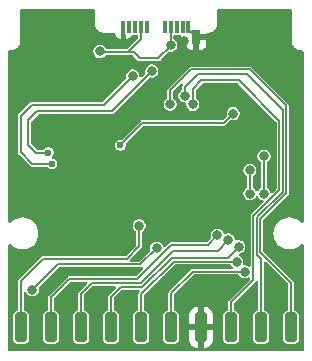
<source format=gbr>
%TF.GenerationSoftware,KiCad,Pcbnew,9.0.4*%
%TF.CreationDate,2025-09-10T10:28:52+02:00*%
%TF.ProjectId,rp2350_gpio_card,72703233-3530-45f6-9770-696f5f636172,X1*%
%TF.SameCoordinates,Original*%
%TF.FileFunction,Copper,L4,Bot*%
%TF.FilePolarity,Positive*%
%FSLAX46Y46*%
G04 Gerber Fmt 4.6, Leading zero omitted, Abs format (unit mm)*
G04 Created by KiCad (PCBNEW 9.0.4) date 2025-09-10 10:28:52*
%MOMM*%
%LPD*%
G01*
G04 APERTURE LIST*
G04 Aperture macros list*
%AMRoundRect*
0 Rectangle with rounded corners*
0 $1 Rounding radius*
0 $2 $3 $4 $5 $6 $7 $8 $9 X,Y pos of 4 corners*
0 Add a 4 corners polygon primitive as box body*
4,1,4,$2,$3,$4,$5,$6,$7,$8,$9,$2,$3,0*
0 Add four circle primitives for the rounded corners*
1,1,$1+$1,$2,$3*
1,1,$1+$1,$4,$5*
1,1,$1+$1,$6,$7*
1,1,$1+$1,$8,$9*
0 Add four rect primitives between the rounded corners*
20,1,$1+$1,$2,$3,$4,$5,0*
20,1,$1+$1,$4,$5,$6,$7,0*
20,1,$1+$1,$6,$7,$8,$9,0*
20,1,$1+$1,$8,$9,$2,$3,0*%
G04 Aperture macros list end*
%TA.AperFunction,SMDPad,CuDef*%
%ADD10R,0.380000X1.000000*%
%TD*%
%TA.AperFunction,SMDPad,CuDef*%
%ADD11R,0.700000X1.150000*%
%TD*%
%TA.AperFunction,ComponentPad*%
%ADD12C,0.600000*%
%TD*%
%TA.AperFunction,SMDPad,CuDef*%
%ADD13RoundRect,0.250000X-0.250000X1.000000X-0.250000X-1.000000X0.250000X-1.000000X0.250000X1.000000X0*%
%TD*%
%TA.AperFunction,ViaPad*%
%ADD14C,0.600000*%
%TD*%
%TA.AperFunction,ViaPad*%
%ADD15C,0.800000*%
%TD*%
%TA.AperFunction,Conductor*%
%ADD16C,0.200000*%
%TD*%
%TA.AperFunction,Conductor*%
%ADD17C,0.152400*%
%TD*%
G04 APERTURE END LIST*
D10*
%TO.P,P1,B1,GND*%
%TO.N,GND*%
X106305183Y-54186434D03*
%TO.P,P1,B2*%
%TO.N,N/C*%
X105805183Y-54186434D03*
%TO.P,P1,B3*%
X105305183Y-54186434D03*
%TO.P,P1,B4,VBUS*%
%TO.N,VBUS*%
X104805183Y-54186434D03*
%TO.P,P1,B5,VCONN*%
%TO.N,unconnected-(P1-VCONN-PadB5)*%
X104305183Y-54186434D03*
%TO.P,P1,B8*%
%TO.N,N/C*%
X102805183Y-54186434D03*
%TO.P,P1,B9,VBUS*%
%TO.N,VBUS*%
X102305183Y-54186434D03*
%TO.P,P1,B10*%
%TO.N,N/C*%
X101805183Y-54186434D03*
%TO.P,P1,B11*%
X101305183Y-54186434D03*
%TO.P,P1,B12,GND*%
%TO.N,GND*%
X100805183Y-54186434D03*
D11*
%TO.P,P1,S1,SHIELD*%
X106975183Y-55026434D03*
%TD*%
D12*
%TO.P,U1,61,GND*%
%TO.N,GND*%
X105380183Y-68171434D03*
X106755183Y-68171434D03*
X108130183Y-68171434D03*
X105380183Y-66796434D03*
X106755183Y-66796434D03*
X108130183Y-66796434D03*
X105380183Y-65421434D03*
X106755183Y-65421434D03*
X108130183Y-65421434D03*
%TD*%
D13*
%TO.P,J1,1,Pin_1*%
%TO.N,/QSPI_SS*%
X92125183Y-79600000D03*
%TO.P,J1,2,Pin_2*%
%TO.N,/GPIO9*%
X94665183Y-79600000D03*
%TO.P,J1,3,Pin_3*%
%TO.N,/GPIO10*%
X97205183Y-79600000D03*
%TO.P,J1,4,Pin_4*%
%TO.N,/GPIO11*%
X99745183Y-79600000D03*
%TO.P,J1,5,Pin_5*%
%TO.N,/GPIO12*%
X102285183Y-79600000D03*
%TO.P,J1,6,Pin_6*%
%TO.N,/GPIO13*%
X104825183Y-79600000D03*
%TO.P,J1,7,Pin_7*%
%TO.N,GND*%
X107365183Y-79600000D03*
%TO.P,J1,8,Pin_8*%
%TO.N,/GPIO27_ADC1*%
X109905183Y-79600000D03*
%TO.P,J1,9,Pin_9*%
%TO.N,/GPIO28_ADC2*%
X112445183Y-79600000D03*
%TO.P,J1,10,Pin_10*%
%TO.N,/GPIO29_ADC3*%
X114985183Y-79600000D03*
%TD*%
D14*
%TO.N,/USB_D-*%
X94450000Y-64800000D03*
D15*
%TO.N,+1V1*%
X110100000Y-61500000D03*
D14*
X100550000Y-64200000D03*
D15*
%TO.N,VBUS*%
X104800000Y-55700000D03*
X98800000Y-56246434D03*
%TO.N,+3.3V*%
X112700000Y-68272634D03*
X112700000Y-65100000D03*
%TO.N,/GPIO27_ADC1*%
X106685028Y-60729793D03*
%TO.N,/GPIO29_ADC3*%
X104755183Y-60700000D03*
%TO.N,/GPIO11*%
X110555183Y-72771434D03*
%TO.N,/QSPI_SS*%
X102130183Y-70996434D03*
%TO.N,/RUN*%
X111500000Y-66300000D03*
X111500000Y-68272634D03*
%TO.N,/GPIO10*%
X109680183Y-72196434D03*
%TO.N,/GPIO9*%
X108755502Y-71815683D03*
%TO.N,/GPIO28_ADC2*%
X106005183Y-59996434D03*
%TO.N,/GPIO0*%
X103601588Y-72897192D03*
X93100000Y-76400000D03*
D14*
%TO.N,/USB_D+*%
X94750000Y-65750000D03*
D15*
X101600000Y-58300000D03*
%TO.N,/USB_D-*%
X103200000Y-57900000D03*
%TO.N,/GPIO13*%
X111055183Y-74896434D03*
%TO.N,/GPIO12*%
X110405183Y-74046434D03*
%TO.N,GND*%
X97900000Y-55050000D03*
X105400000Y-57700000D03*
X113180183Y-57596434D03*
X98005183Y-69996434D03*
D14*
X101850000Y-62050000D03*
D15*
X103000000Y-60800000D03*
X113800000Y-76100000D03*
D14*
X115300000Y-67200000D03*
D15*
X105900000Y-55400000D03*
X92200000Y-68400000D03*
D14*
X100700000Y-62600000D03*
D15*
X97630183Y-57546434D03*
%TD*%
D16*
%TO.N,/USB_D-*%
X94450000Y-64800000D02*
X93400000Y-64800000D01*
X93400000Y-64800000D02*
X92750000Y-64150000D01*
X92750000Y-64150000D02*
X92750000Y-62050000D01*
X92750000Y-62050000D02*
X93500000Y-61300000D01*
X93500000Y-61300000D02*
X99800000Y-61300000D01*
X99800000Y-61300000D02*
X103200000Y-57900000D01*
%TO.N,/USB_D+*%
X92100000Y-64750000D02*
X92100000Y-61700000D01*
X94750000Y-65750000D02*
X93100000Y-65750000D01*
X92100000Y-61700000D02*
X93050000Y-60750000D01*
X93100000Y-65750000D02*
X92100000Y-64750000D01*
X93050000Y-60750000D02*
X99150000Y-60750000D01*
X99150000Y-60750000D02*
X101600000Y-58300000D01*
D17*
%TO.N,+1V1*%
X109300000Y-62300000D02*
X110100000Y-61500000D01*
X100550000Y-64150000D02*
X100550000Y-64200000D01*
X102407200Y-62300000D02*
X102400000Y-62300000D01*
X102407200Y-62300000D02*
X109300000Y-62300000D01*
X102400000Y-62300000D02*
X100550000Y-64150000D01*
X102407200Y-62300800D02*
X102407200Y-62300000D01*
D16*
%TO.N,VBUS*%
X102200000Y-56800000D02*
X101700000Y-56300000D01*
X102300000Y-55189634D02*
X102305183Y-55194817D01*
X103742294Y-56800000D02*
X102200000Y-56800000D01*
D17*
X104805183Y-54186434D02*
X104805183Y-55694817D01*
X102305183Y-54186434D02*
X102305183Y-54994817D01*
X104800000Y-55700000D02*
X104800000Y-55742294D01*
X104805183Y-55694817D02*
X104800000Y-55700000D01*
D16*
X98853566Y-56300000D02*
X98800000Y-56246434D01*
D17*
X102305183Y-54994817D02*
X102300000Y-55000000D01*
D16*
X101700000Y-56300000D02*
X98853566Y-56300000D01*
X102305183Y-55194817D02*
X101200000Y-56300000D01*
X102300000Y-55000000D02*
X102300000Y-55189634D01*
X104800000Y-55742294D02*
X103742294Y-56800000D01*
D17*
%TO.N,+3.3V*%
X112700000Y-68272634D02*
X112700000Y-65100000D01*
%TO.N,/GPIO27_ADC1*%
X106682383Y-60726940D02*
X106685028Y-60729585D01*
X106685028Y-60729585D02*
X106685028Y-60729793D01*
X107405183Y-58696434D02*
X106682383Y-59419234D01*
X109905183Y-77471434D02*
X111800000Y-75576617D01*
X111800000Y-75576617D02*
X111800000Y-70200000D01*
X109905183Y-80196434D02*
X109905183Y-77471434D01*
X113994383Y-62135634D02*
X110555183Y-58696434D01*
X113994383Y-68005617D02*
X113994383Y-62135634D01*
X111800000Y-70200000D02*
X113994383Y-68005617D01*
X110555183Y-58696434D02*
X107405183Y-58696434D01*
X106682383Y-59419234D02*
X106682383Y-60726940D01*
%TO.N,/GPIO29_ADC3*%
X111505183Y-57746434D02*
X114555183Y-60796434D01*
X112400000Y-70411288D02*
X112400000Y-73241251D01*
X104755183Y-59546434D02*
X106555183Y-57746434D01*
X112400000Y-73241251D02*
X114985183Y-75826434D01*
X106555183Y-57746434D02*
X111505183Y-57746434D01*
X114985183Y-75826434D02*
X114985183Y-80196434D01*
X114555183Y-60796434D02*
X114555183Y-68256105D01*
X104755183Y-60700000D02*
X104755183Y-59546434D01*
X114555183Y-68256105D02*
X112400000Y-70411288D01*
%TO.N,/GPIO11*%
X104906966Y-73693034D02*
X102403566Y-76196434D01*
X99745183Y-77006434D02*
X99745183Y-80196434D01*
X102403566Y-76196434D02*
X100555183Y-76196434D01*
X100555183Y-76196434D02*
X99745183Y-77006434D01*
X109633583Y-73693034D02*
X104906966Y-73693034D01*
X110555183Y-72771434D02*
X109633583Y-73693034D01*
%TO.N,/QSPI_SS*%
X93993911Y-73800000D02*
X92125183Y-75668728D01*
X101076617Y-73800000D02*
X93993911Y-73800000D01*
X92125183Y-75668728D02*
X92125183Y-80196434D01*
X102130183Y-72746434D02*
X101076617Y-73800000D01*
X102130183Y-70996434D02*
X102130183Y-72746434D01*
%TO.N,/RUN*%
X111500000Y-66300000D02*
X111500000Y-68272634D01*
%TO.N,/GPIO10*%
X97205183Y-76746434D02*
X97205183Y-80196434D01*
X109680183Y-72196434D02*
X109680183Y-72205729D01*
X109680183Y-72205729D02*
X108789478Y-73096434D01*
X108789478Y-73096434D02*
X105028720Y-73096434D01*
X105028720Y-73096434D02*
X102282120Y-75843034D01*
X98108583Y-75843034D02*
X97205183Y-76746434D01*
X102282120Y-75843034D02*
X98108583Y-75843034D01*
%TO.N,/GPIO9*%
X101955289Y-75500000D02*
X96201617Y-75500000D01*
X94665183Y-77036434D02*
X94665183Y-80196434D01*
X104855289Y-72600000D02*
X101955289Y-75500000D01*
X108755502Y-71815683D02*
X107971185Y-72600000D01*
X107971185Y-72600000D02*
X104855289Y-72600000D01*
X96201617Y-75500000D02*
X94665183Y-77036434D01*
%TO.N,/GPIO28_ADC2*%
X107150113Y-58146434D02*
X111255183Y-58146434D01*
X112119600Y-73510851D02*
X112445183Y-73836434D01*
X111255183Y-58146434D02*
X114274783Y-61166034D01*
X106005183Y-59291364D02*
X107150113Y-58146434D01*
X112445183Y-73836434D02*
X112445183Y-80196434D01*
X112119600Y-70295143D02*
X112119600Y-73510851D01*
X114274783Y-68139959D02*
X112119600Y-70295143D01*
X114274783Y-61166034D02*
X114274783Y-68139959D01*
X106005183Y-59996434D02*
X106005183Y-59291364D01*
%TO.N,/GPIO0*%
X103601588Y-72897192D02*
X102221946Y-74276834D01*
X102221946Y-74276834D02*
X95223166Y-74276834D01*
X95223166Y-74276834D02*
X93100000Y-76400000D01*
D16*
%TO.N,/USB_D-*%
X103200000Y-57900000D02*
X103200000Y-57908329D01*
D17*
%TO.N,/GPIO13*%
X104825183Y-76726434D02*
X104825183Y-80196434D01*
X106655183Y-74896434D02*
X104825183Y-76726434D01*
X111055183Y-74896434D02*
X106655183Y-74896434D01*
%TO.N,/GPIO12*%
X102285183Y-80196434D02*
X102285183Y-76816434D01*
X102285183Y-76816434D02*
X105055183Y-74046434D01*
X110405183Y-74046434D02*
X105055183Y-74046434D01*
%TO.N,GND*%
X106305183Y-54356434D02*
X106975183Y-55026434D01*
X106305183Y-54186434D02*
X106305183Y-54356434D01*
%TD*%
%TA.AperFunction,Conductor*%
%TO.N,GND*%
G36*
X98297722Y-52666619D02*
G01*
X98343477Y-52719423D01*
X98354683Y-52770934D01*
X98354683Y-53772451D01*
X98354674Y-53772589D01*
X98354676Y-53795111D01*
X98354660Y-53795165D01*
X98354675Y-53925328D01*
X98354675Y-53925329D01*
X98385450Y-54079969D01*
X98385450Y-54079971D01*
X98445796Y-54225632D01*
X98445797Y-54225634D01*
X98445799Y-54225638D01*
X98533405Y-54356735D01*
X98533407Y-54356737D01*
X98533408Y-54356738D01*
X98533410Y-54356741D01*
X98629169Y-54452493D01*
X98644901Y-54468224D01*
X98776003Y-54555822D01*
X98921674Y-54616164D01*
X99076317Y-54646930D01*
X99080000Y-54646930D01*
X99089279Y-54646930D01*
X99089291Y-54646934D01*
X99155154Y-54646934D01*
X99155157Y-54646934D01*
X99221047Y-54646938D01*
X99221051Y-54646936D01*
X99229099Y-54646937D01*
X99229162Y-54646934D01*
X99994411Y-54646934D01*
X100061450Y-54666619D01*
X100107205Y-54719423D01*
X100117700Y-54757678D01*
X100121584Y-54793806D01*
X100121586Y-54793813D01*
X100171828Y-54928520D01*
X100171832Y-54928527D01*
X100257992Y-55043621D01*
X100257995Y-55043624D01*
X100373089Y-55129784D01*
X100373096Y-55129788D01*
X100507803Y-55180030D01*
X100507810Y-55180032D01*
X100567338Y-55186433D01*
X100567355Y-55186434D01*
X100615183Y-55186434D01*
X100615183Y-54601472D01*
X100615732Y-54599600D01*
X100615240Y-54597714D01*
X100625536Y-54566211D01*
X100634868Y-54534433D01*
X100636532Y-54532569D01*
X100636947Y-54531302D01*
X100643044Y-54525280D01*
X100660858Y-54505341D01*
X100665411Y-54501630D01*
X100715427Y-54468217D01*
X100755076Y-54428574D01*
X100759958Y-54424597D01*
X100786579Y-54413401D01*
X100811933Y-54399560D01*
X100818394Y-54400022D01*
X100824364Y-54397512D01*
X100852811Y-54402486D01*
X100881624Y-54404549D01*
X100886809Y-54408431D01*
X100893190Y-54409547D01*
X100914433Y-54429113D01*
X100937555Y-54446424D01*
X100939818Y-54452493D01*
X100944582Y-54456881D01*
X100951874Y-54484823D01*
X100961968Y-54511890D01*
X100962283Y-54520727D01*
X100962283Y-54701488D01*
X100971155Y-54746091D01*
X100971155Y-54746093D01*
X100974283Y-54750773D01*
X100995163Y-54817449D01*
X100995183Y-54819666D01*
X100995183Y-55186434D01*
X101043011Y-55186434D01*
X101043027Y-55186433D01*
X101102555Y-55180032D01*
X101102562Y-55180030D01*
X101237269Y-55129788D01*
X101237276Y-55129784D01*
X101352370Y-55043624D01*
X101352373Y-55043621D01*
X101438533Y-54928527D01*
X101443785Y-54914446D01*
X101485655Y-54858511D01*
X101551118Y-54834091D01*
X101584164Y-54836158D01*
X101600126Y-54839334D01*
X101923100Y-54839333D01*
X101931786Y-54841883D01*
X101940747Y-54840595D01*
X101964783Y-54851572D01*
X101990139Y-54859017D01*
X101996067Y-54865859D01*
X102004303Y-54869620D01*
X102018589Y-54891851D01*
X102035894Y-54911821D01*
X102038181Y-54922336D01*
X102042077Y-54928398D01*
X102047100Y-54963333D01*
X102047100Y-55043884D01*
X102027415Y-55110923D01*
X102010781Y-55131565D01*
X101131565Y-56010781D01*
X101070242Y-56044266D01*
X101043884Y-56047100D01*
X99394940Y-56047100D01*
X99327901Y-56027415D01*
X99287553Y-55985100D01*
X99242432Y-55906948D01*
X99242428Y-55906943D01*
X99139490Y-55804005D01*
X99139485Y-55804001D01*
X99013413Y-55731214D01*
X99013412Y-55731213D01*
X99013411Y-55731213D01*
X98872791Y-55693534D01*
X98727209Y-55693534D01*
X98586589Y-55731213D01*
X98586587Y-55731214D01*
X98586586Y-55731214D01*
X98460514Y-55804001D01*
X98460509Y-55804005D01*
X98357571Y-55906943D01*
X98357567Y-55906948D01*
X98284780Y-56033020D01*
X98284780Y-56033021D01*
X98284779Y-56033023D01*
X98247100Y-56173643D01*
X98247100Y-56319225D01*
X98284779Y-56459845D01*
X98284780Y-56459846D01*
X98284780Y-56459847D01*
X98357567Y-56585919D01*
X98357569Y-56585922D01*
X98357570Y-56585923D01*
X98460511Y-56688864D01*
X98586589Y-56761655D01*
X98727209Y-56799334D01*
X98727211Y-56799334D01*
X98872788Y-56799334D01*
X98872791Y-56799334D01*
X99013411Y-56761655D01*
X99139489Y-56688864D01*
X99239134Y-56589219D01*
X99300457Y-56555734D01*
X99326815Y-56552900D01*
X101149693Y-56552900D01*
X101149695Y-56552901D01*
X101250305Y-56552901D01*
X101250307Y-56552900D01*
X101543884Y-56552900D01*
X101610923Y-56572585D01*
X101631565Y-56589219D01*
X101978527Y-56936181D01*
X101978540Y-56936196D01*
X101985601Y-56943257D01*
X102056743Y-57014399D01*
X102111193Y-57036952D01*
X102149695Y-57052901D01*
X102250305Y-57052901D01*
X102250307Y-57052900D01*
X103677547Y-57052900D01*
X103677555Y-57052901D01*
X103691989Y-57052901D01*
X103792599Y-57052901D01*
X103819823Y-57041623D01*
X103831101Y-57036952D01*
X103831103Y-57036950D01*
X103885551Y-57014399D01*
X103956693Y-56943257D01*
X103956693Y-56943254D01*
X103968608Y-56931340D01*
X103968611Y-56931335D01*
X104613366Y-56286580D01*
X104674687Y-56253097D01*
X104718847Y-56254154D01*
X104719152Y-56251839D01*
X104727208Y-56252899D01*
X104727209Y-56252900D01*
X104727210Y-56252900D01*
X104872788Y-56252900D01*
X104872791Y-56252900D01*
X105013411Y-56215221D01*
X105139489Y-56142430D01*
X105242430Y-56039489D01*
X105315221Y-55913411D01*
X105352900Y-55772791D01*
X105352900Y-55627209D01*
X105315221Y-55486589D01*
X105242430Y-55360511D01*
X105139489Y-55257570D01*
X105103896Y-55237020D01*
X105096281Y-55232623D01*
X105087998Y-55223936D01*
X105077080Y-55218950D01*
X105064333Y-55199115D01*
X105048067Y-55182055D01*
X105044851Y-55168801D01*
X105039306Y-55160172D01*
X105034283Y-55125237D01*
X105034283Y-54963333D01*
X105053968Y-54896294D01*
X105106772Y-54850539D01*
X105158279Y-54839333D01*
X105510239Y-54839333D01*
X105526205Y-54836157D01*
X105595794Y-54842383D01*
X105650972Y-54885245D01*
X105666577Y-54914439D01*
X105671831Y-54928525D01*
X105671831Y-54928526D01*
X105757992Y-55043621D01*
X105757995Y-55043624D01*
X105873089Y-55129784D01*
X105873096Y-55129788D01*
X106007803Y-55180030D01*
X106007802Y-55180030D01*
X106014438Y-55180744D01*
X106078989Y-55207482D01*
X106118837Y-55264875D01*
X106125183Y-55304034D01*
X106125183Y-55649278D01*
X106131584Y-55708806D01*
X106131586Y-55708813D01*
X106181828Y-55843520D01*
X106181832Y-55843527D01*
X106267992Y-55958621D01*
X106267995Y-55958624D01*
X106383089Y-56044784D01*
X106383096Y-56044788D01*
X106517803Y-56095030D01*
X106517810Y-56095032D01*
X106577338Y-56101433D01*
X106577355Y-56101434D01*
X106725183Y-56101434D01*
X107225183Y-56101434D01*
X107373011Y-56101434D01*
X107373027Y-56101433D01*
X107432555Y-56095032D01*
X107432562Y-56095030D01*
X107567269Y-56044788D01*
X107567276Y-56044784D01*
X107682370Y-55958624D01*
X107682373Y-55958621D01*
X107768533Y-55843527D01*
X107768537Y-55843520D01*
X107818779Y-55708813D01*
X107818781Y-55708806D01*
X107825182Y-55649278D01*
X107825183Y-55649261D01*
X107825183Y-55276434D01*
X107225183Y-55276434D01*
X107225183Y-56101434D01*
X106725183Y-56101434D01*
X106725183Y-55150434D01*
X106744868Y-55083395D01*
X106797672Y-55037640D01*
X106849183Y-55026434D01*
X106975183Y-55026434D01*
X106975183Y-54900434D01*
X106994868Y-54833395D01*
X107047672Y-54787640D01*
X107099183Y-54776434D01*
X107825183Y-54776434D01*
X107825183Y-54770934D01*
X107827723Y-54762282D01*
X107826435Y-54753359D01*
X107837413Y-54729282D01*
X107844868Y-54703895D01*
X107851681Y-54697990D01*
X107855423Y-54689786D01*
X107877677Y-54675465D01*
X107897672Y-54658140D01*
X107908148Y-54655857D01*
X107914179Y-54651977D01*
X107948970Y-54646964D01*
X107949111Y-54646934D01*
X107955155Y-54646934D01*
X108021075Y-54646934D01*
X108021231Y-54646891D01*
X108028561Y-54646887D01*
X108029545Y-54646887D01*
X108029558Y-54646891D01*
X108029615Y-54646887D01*
X108033992Y-54646888D01*
X108188640Y-54616136D01*
X108334318Y-54555807D01*
X108465427Y-54468217D01*
X108576930Y-54356733D01*
X108664542Y-54225639D01*
X108712264Y-54110461D01*
X108724896Y-54079974D01*
X108724896Y-54079973D01*
X108724897Y-54079971D01*
X108755674Y-53925329D01*
X108755675Y-53912354D01*
X108755683Y-53912326D01*
X108755683Y-53846377D01*
X108755691Y-53780599D01*
X108755690Y-53780595D01*
X108755691Y-53772589D01*
X108755683Y-53772451D01*
X108755683Y-52770934D01*
X108775368Y-52703895D01*
X108828172Y-52658140D01*
X108879683Y-52646934D01*
X114930683Y-52646934D01*
X114997722Y-52666619D01*
X115043477Y-52719423D01*
X115054683Y-52770934D01*
X115054683Y-55272489D01*
X115054680Y-55280578D01*
X115054675Y-55280599D01*
X115054676Y-55293375D01*
X115054676Y-55295160D01*
X115054660Y-55295214D01*
X115054675Y-55425328D01*
X115054675Y-55425329D01*
X115085450Y-55579969D01*
X115085450Y-55579971D01*
X115145796Y-55725632D01*
X115145797Y-55725634D01*
X115145799Y-55725638D01*
X115233405Y-55856735D01*
X115233407Y-55856737D01*
X115233408Y-55856738D01*
X115233410Y-55856741D01*
X115330022Y-55953346D01*
X115344901Y-55968224D01*
X115476003Y-56055822D01*
X115621674Y-56116164D01*
X115776317Y-56146930D01*
X115780000Y-56146930D01*
X115789279Y-56146930D01*
X115789291Y-56146934D01*
X115855154Y-56146934D01*
X115855157Y-56146934D01*
X115921047Y-56146938D01*
X115921051Y-56146936D01*
X115929099Y-56146937D01*
X115929162Y-56146934D01*
X115930683Y-56146934D01*
X115997722Y-56166619D01*
X116043477Y-56219423D01*
X116054683Y-56270934D01*
X116054683Y-70636676D01*
X116034998Y-70703715D01*
X115982194Y-70749470D01*
X115913036Y-70759414D01*
X115849480Y-70730389D01*
X115843002Y-70724357D01*
X115734969Y-70616324D01*
X115563003Y-70491385D01*
X115373597Y-70394878D01*
X115373596Y-70394877D01*
X115373595Y-70394877D01*
X115171426Y-70329188D01*
X115171424Y-70329187D01*
X115171423Y-70329187D01*
X115010140Y-70303642D01*
X114961470Y-70295934D01*
X114748896Y-70295934D01*
X114700225Y-70303642D01*
X114538943Y-70329187D01*
X114336768Y-70394878D01*
X114147362Y-70491385D01*
X113975396Y-70616324D01*
X113825073Y-70766647D01*
X113700134Y-70938613D01*
X113603627Y-71128019D01*
X113537936Y-71330194D01*
X113509909Y-71507149D01*
X113504683Y-71540147D01*
X113504683Y-71752721D01*
X113510001Y-71786296D01*
X113534732Y-71942445D01*
X113537937Y-71962677D01*
X113590268Y-72123736D01*
X113603627Y-72164848D01*
X113700134Y-72354254D01*
X113825073Y-72526220D01*
X113975396Y-72676543D01*
X114147362Y-72801482D01*
X114147364Y-72801483D01*
X114147367Y-72801485D01*
X114336771Y-72897991D01*
X114538940Y-72963680D01*
X114748896Y-72996934D01*
X114748897Y-72996934D01*
X114961469Y-72996934D01*
X114961470Y-72996934D01*
X115171426Y-72963680D01*
X115373595Y-72897991D01*
X115562999Y-72801485D01*
X115593454Y-72779358D01*
X115734969Y-72676543D01*
X115734971Y-72676540D01*
X115734975Y-72676538D01*
X115843002Y-72568511D01*
X115904325Y-72535026D01*
X115974017Y-72540010D01*
X116029950Y-72581882D01*
X116054367Y-72647346D01*
X116054683Y-72656192D01*
X116054683Y-81521934D01*
X116034998Y-81588973D01*
X115982194Y-81634728D01*
X115930683Y-81645934D01*
X91179683Y-81645934D01*
X91112644Y-81626249D01*
X91066889Y-81573445D01*
X91055683Y-81521934D01*
X91055683Y-78568286D01*
X91472283Y-78568286D01*
X91472283Y-80631713D01*
X91487224Y-80726050D01*
X91487225Y-80726053D01*
X91487226Y-80726055D01*
X91500801Y-80752697D01*
X91545168Y-80839772D01*
X91545171Y-80839776D01*
X91635406Y-80930011D01*
X91635410Y-80930014D01*
X91635412Y-80930016D01*
X91749128Y-80987957D01*
X91749130Y-80987957D01*
X91749132Y-80987958D01*
X91843470Y-81002900D01*
X91843475Y-81002900D01*
X92406896Y-81002900D01*
X92501233Y-80987958D01*
X92501233Y-80987957D01*
X92501238Y-80987957D01*
X92614954Y-80930016D01*
X92705199Y-80839771D01*
X92763140Y-80726055D01*
X92763141Y-80726050D01*
X92778083Y-80631713D01*
X92778083Y-78568286D01*
X92763141Y-78473949D01*
X92763140Y-78473947D01*
X92763140Y-78473945D01*
X92705199Y-78360229D01*
X92705197Y-78360227D01*
X92705194Y-78360223D01*
X92614959Y-78269988D01*
X92614955Y-78269985D01*
X92614954Y-78269984D01*
X92501238Y-78212043D01*
X92501237Y-78212042D01*
X92501234Y-78212041D01*
X92458884Y-78205334D01*
X92395750Y-78175404D01*
X92358819Y-78116093D01*
X92354283Y-78082861D01*
X92354283Y-76676954D01*
X92373968Y-76609915D01*
X92426772Y-76564160D01*
X92495930Y-76554216D01*
X92559486Y-76583241D01*
X92585669Y-76614953D01*
X92586654Y-76616658D01*
X92657567Y-76739485D01*
X92657570Y-76739489D01*
X92760511Y-76842430D01*
X92760512Y-76842431D01*
X92760514Y-76842432D01*
X92819799Y-76876660D01*
X92886589Y-76915221D01*
X93027209Y-76952900D01*
X93027211Y-76952900D01*
X93172788Y-76952900D01*
X93172791Y-76952900D01*
X93313411Y-76915221D01*
X93439489Y-76842430D01*
X93542430Y-76739489D01*
X93615221Y-76613411D01*
X93652900Y-76472791D01*
X93652900Y-76327209D01*
X93638438Y-76273236D01*
X93640101Y-76203387D01*
X93670530Y-76153465D01*
X95281744Y-74542253D01*
X95343067Y-74508768D01*
X95369425Y-74505934D01*
X102267515Y-74505934D01*
X102267516Y-74505934D01*
X102267517Y-74505934D01*
X102292179Y-74495718D01*
X102302464Y-74491457D01*
X102337151Y-74487731D01*
X102371917Y-74483992D01*
X102371924Y-74483995D01*
X102371931Y-74483995D01*
X102399741Y-74497918D01*
X102434398Y-74515264D01*
X102434402Y-74515271D01*
X102434408Y-74515274D01*
X102449871Y-74541341D01*
X102470053Y-74575352D01*
X102470052Y-74575360D01*
X102470056Y-74575366D01*
X102468807Y-74610273D01*
X102467562Y-74645177D01*
X102467558Y-74645183D01*
X102467558Y-74645191D01*
X102467515Y-74645251D01*
X102437587Y-74693704D01*
X101896711Y-75234581D01*
X101835388Y-75268066D01*
X101809030Y-75270900D01*
X96156045Y-75270900D01*
X96138607Y-75278123D01*
X96121168Y-75285347D01*
X96071842Y-75305778D01*
X96071841Y-75305779D01*
X94470963Y-76906656D01*
X94470960Y-76906661D01*
X94451809Y-76952898D01*
X94451808Y-76952901D01*
X94436083Y-76990862D01*
X94436083Y-78082861D01*
X94416398Y-78149900D01*
X94363594Y-78195655D01*
X94331482Y-78205334D01*
X94289131Y-78212041D01*
X94175410Y-78269985D01*
X94175406Y-78269988D01*
X94085171Y-78360223D01*
X94085168Y-78360227D01*
X94027224Y-78473949D01*
X94012283Y-78568286D01*
X94012283Y-80631713D01*
X94027224Y-80726050D01*
X94027225Y-80726053D01*
X94027226Y-80726055D01*
X94040801Y-80752697D01*
X94085168Y-80839772D01*
X94085171Y-80839776D01*
X94175406Y-80930011D01*
X94175410Y-80930014D01*
X94175412Y-80930016D01*
X94289128Y-80987957D01*
X94289130Y-80987957D01*
X94289132Y-80987958D01*
X94383470Y-81002900D01*
X94383475Y-81002900D01*
X94946896Y-81002900D01*
X95041233Y-80987958D01*
X95041233Y-80987957D01*
X95041238Y-80987957D01*
X95154954Y-80930016D01*
X95245199Y-80839771D01*
X95303140Y-80726055D01*
X95303141Y-80726050D01*
X95318083Y-80631713D01*
X95318083Y-78568286D01*
X95303141Y-78473949D01*
X95303140Y-78473947D01*
X95303140Y-78473945D01*
X95245199Y-78360229D01*
X95245197Y-78360227D01*
X95245194Y-78360223D01*
X95154959Y-78269988D01*
X95154955Y-78269985D01*
X95154954Y-78269984D01*
X95041238Y-78212043D01*
X95041237Y-78212042D01*
X95041234Y-78212041D01*
X94998884Y-78205334D01*
X94935750Y-78175404D01*
X94898819Y-78116093D01*
X94894283Y-78082861D01*
X94894283Y-77182692D01*
X94913968Y-77115653D01*
X94930602Y-77095011D01*
X96260194Y-75765419D01*
X96321517Y-75731934D01*
X96347875Y-75729100D01*
X97599159Y-75729100D01*
X97666198Y-75748785D01*
X97711953Y-75801589D01*
X97721897Y-75870747D01*
X97692872Y-75934303D01*
X97686840Y-75940781D01*
X97010962Y-76616656D01*
X97010961Y-76616658D01*
X96986296Y-76676203D01*
X96976083Y-76700862D01*
X96976083Y-78082861D01*
X96956398Y-78149900D01*
X96903594Y-78195655D01*
X96871482Y-78205334D01*
X96829131Y-78212041D01*
X96715410Y-78269985D01*
X96715406Y-78269988D01*
X96625171Y-78360223D01*
X96625168Y-78360227D01*
X96567224Y-78473949D01*
X96552283Y-78568286D01*
X96552283Y-80631713D01*
X96567224Y-80726050D01*
X96567225Y-80726053D01*
X96567226Y-80726055D01*
X96580801Y-80752697D01*
X96625168Y-80839772D01*
X96625171Y-80839776D01*
X96715406Y-80930011D01*
X96715410Y-80930014D01*
X96715412Y-80930016D01*
X96829128Y-80987957D01*
X96829130Y-80987957D01*
X96829132Y-80987958D01*
X96923470Y-81002900D01*
X96923475Y-81002900D01*
X97486896Y-81002900D01*
X97581233Y-80987958D01*
X97581233Y-80987957D01*
X97581238Y-80987957D01*
X97694954Y-80930016D01*
X97785199Y-80839771D01*
X97843140Y-80726055D01*
X97843141Y-80726050D01*
X97858083Y-80631713D01*
X97858083Y-78568286D01*
X97843141Y-78473949D01*
X97843140Y-78473947D01*
X97843140Y-78473945D01*
X97785199Y-78360229D01*
X97785197Y-78360227D01*
X97785194Y-78360223D01*
X97694959Y-78269988D01*
X97694955Y-78269985D01*
X97694954Y-78269984D01*
X97581238Y-78212043D01*
X97581237Y-78212042D01*
X97581234Y-78212041D01*
X97538884Y-78205334D01*
X97475750Y-78175404D01*
X97438819Y-78116093D01*
X97434283Y-78082861D01*
X97434283Y-76892692D01*
X97453968Y-76825653D01*
X97470602Y-76805011D01*
X98167160Y-76108453D01*
X98228483Y-76074968D01*
X98254841Y-76072134D01*
X100056124Y-76072134D01*
X100123163Y-76091819D01*
X100168918Y-76144623D01*
X100178862Y-76213781D01*
X100149837Y-76277337D01*
X100143805Y-76283815D01*
X99550962Y-76876657D01*
X99550960Y-76876660D01*
X99526296Y-76936203D01*
X99516083Y-76960862D01*
X99516083Y-78082861D01*
X99496398Y-78149900D01*
X99443594Y-78195655D01*
X99411482Y-78205334D01*
X99369131Y-78212041D01*
X99255410Y-78269985D01*
X99255406Y-78269988D01*
X99165171Y-78360223D01*
X99165168Y-78360227D01*
X99107224Y-78473949D01*
X99092283Y-78568286D01*
X99092283Y-80631713D01*
X99107224Y-80726050D01*
X99107225Y-80726053D01*
X99107226Y-80726055D01*
X99120801Y-80752697D01*
X99165168Y-80839772D01*
X99165171Y-80839776D01*
X99255406Y-80930011D01*
X99255410Y-80930014D01*
X99255412Y-80930016D01*
X99369128Y-80987957D01*
X99369130Y-80987957D01*
X99369132Y-80987958D01*
X99463470Y-81002900D01*
X99463475Y-81002900D01*
X100026896Y-81002900D01*
X100121233Y-80987958D01*
X100121233Y-80987957D01*
X100121238Y-80987957D01*
X100234954Y-80930016D01*
X100325199Y-80839771D01*
X100383140Y-80726055D01*
X100383141Y-80726050D01*
X100398083Y-80631713D01*
X100398083Y-78568286D01*
X100383141Y-78473949D01*
X100383140Y-78473947D01*
X100383140Y-78473945D01*
X100325199Y-78360229D01*
X100325197Y-78360227D01*
X100325194Y-78360223D01*
X100234959Y-78269988D01*
X100234955Y-78269985D01*
X100234954Y-78269984D01*
X100121238Y-78212043D01*
X100121237Y-78212042D01*
X100121234Y-78212041D01*
X100078884Y-78205334D01*
X100015750Y-78175404D01*
X99978819Y-78116093D01*
X99974283Y-78082861D01*
X99974283Y-77152693D01*
X99993968Y-77085654D01*
X100010602Y-77065012D01*
X100613761Y-76461853D01*
X100675084Y-76428368D01*
X100701442Y-76425534D01*
X102052724Y-76425534D01*
X102119763Y-76445219D01*
X102165518Y-76498023D01*
X102175462Y-76567181D01*
X102154826Y-76619898D01*
X102148405Y-76629214D01*
X102090961Y-76686659D01*
X102069079Y-76739489D01*
X102064062Y-76751599D01*
X102064060Y-76751603D01*
X102056083Y-76770862D01*
X102056083Y-78082861D01*
X102036398Y-78149900D01*
X101983594Y-78195655D01*
X101951482Y-78205334D01*
X101909131Y-78212041D01*
X101795410Y-78269985D01*
X101795406Y-78269988D01*
X101705171Y-78360223D01*
X101705168Y-78360227D01*
X101647224Y-78473949D01*
X101632283Y-78568286D01*
X101632283Y-80631713D01*
X101647224Y-80726050D01*
X101647225Y-80726053D01*
X101647226Y-80726055D01*
X101660801Y-80752697D01*
X101705168Y-80839772D01*
X101705171Y-80839776D01*
X101795406Y-80930011D01*
X101795410Y-80930014D01*
X101795412Y-80930016D01*
X101909128Y-80987957D01*
X101909130Y-80987957D01*
X101909132Y-80987958D01*
X102003470Y-81002900D01*
X102003475Y-81002900D01*
X102566896Y-81002900D01*
X102661233Y-80987958D01*
X102661233Y-80987957D01*
X102661238Y-80987957D01*
X102774954Y-80930016D01*
X102865199Y-80839771D01*
X102923140Y-80726055D01*
X102923141Y-80726050D01*
X102938083Y-80631713D01*
X102938083Y-78568286D01*
X102923141Y-78473949D01*
X102923140Y-78473947D01*
X102923140Y-78473945D01*
X102865199Y-78360229D01*
X102865197Y-78360227D01*
X102865194Y-78360223D01*
X102774959Y-78269988D01*
X102774955Y-78269985D01*
X102774954Y-78269984D01*
X102661238Y-78212043D01*
X102661237Y-78212042D01*
X102661234Y-78212041D01*
X102618884Y-78205334D01*
X102555750Y-78175404D01*
X102518819Y-78116093D01*
X102514283Y-78082861D01*
X102514283Y-76962692D01*
X102533968Y-76895653D01*
X102550602Y-76875011D01*
X105113760Y-74311853D01*
X105175083Y-74278368D01*
X105201441Y-74275534D01*
X109827429Y-74275534D01*
X109894468Y-74295219D01*
X109923492Y-74321125D01*
X109929813Y-74328869D01*
X109962753Y-74385923D01*
X110036912Y-74460082D01*
X110040865Y-74464925D01*
X110052104Y-74491586D01*
X110065968Y-74516976D01*
X110065509Y-74523386D01*
X110068006Y-74529308D01*
X110063047Y-74557809D01*
X110060984Y-74586668D01*
X110057132Y-74591813D01*
X110056031Y-74598144D01*
X110036447Y-74619443D01*
X110019112Y-74642601D01*
X110013092Y-74644846D01*
X110008742Y-74649578D01*
X109980751Y-74656908D01*
X109953648Y-74667018D01*
X109944802Y-74667334D01*
X106609611Y-74667334D01*
X106592173Y-74674557D01*
X106574734Y-74681781D01*
X106525408Y-74702212D01*
X106525407Y-74702213D01*
X104630963Y-76596656D01*
X104630961Y-76596658D01*
X104630961Y-76596659D01*
X104621336Y-76619898D01*
X104617525Y-76629098D01*
X104617524Y-76629101D01*
X104596083Y-76680862D01*
X104596083Y-78082861D01*
X104576398Y-78149900D01*
X104523594Y-78195655D01*
X104491482Y-78205334D01*
X104449131Y-78212041D01*
X104335410Y-78269985D01*
X104335406Y-78269988D01*
X104245171Y-78360223D01*
X104245168Y-78360227D01*
X104187224Y-78473949D01*
X104172283Y-78568286D01*
X104172283Y-80631713D01*
X104187224Y-80726050D01*
X104187225Y-80726053D01*
X104187226Y-80726055D01*
X104200801Y-80752697D01*
X104245168Y-80839772D01*
X104245171Y-80839776D01*
X104335406Y-80930011D01*
X104335410Y-80930014D01*
X104335412Y-80930016D01*
X104449128Y-80987957D01*
X104449130Y-80987957D01*
X104449132Y-80987958D01*
X104543470Y-81002900D01*
X104543475Y-81002900D01*
X105106896Y-81002900D01*
X105201233Y-80987958D01*
X105201233Y-80987957D01*
X105201238Y-80987957D01*
X105314954Y-80930016D01*
X105405199Y-80839771D01*
X105463140Y-80726055D01*
X105463141Y-80726050D01*
X105475189Y-80649986D01*
X106365184Y-80649986D01*
X106375677Y-80752697D01*
X106430824Y-80919119D01*
X106430826Y-80919124D01*
X106522867Y-81068345D01*
X106646837Y-81192315D01*
X106796058Y-81284356D01*
X106796063Y-81284358D01*
X106962485Y-81339505D01*
X106962492Y-81339506D01*
X107065202Y-81349999D01*
X107615183Y-81349999D01*
X107665155Y-81349999D01*
X107665169Y-81349998D01*
X107767880Y-81339505D01*
X107934302Y-81284358D01*
X107934307Y-81284356D01*
X108083528Y-81192315D01*
X108207498Y-81068345D01*
X108299539Y-80919124D01*
X108299541Y-80919119D01*
X108354688Y-80752697D01*
X108354689Y-80752690D01*
X108365182Y-80649986D01*
X108365183Y-80649973D01*
X108365183Y-79850000D01*
X107615183Y-79850000D01*
X107615183Y-81349999D01*
X107065202Y-81349999D01*
X107115182Y-81349998D01*
X107115183Y-81349998D01*
X107115183Y-79850000D01*
X106365184Y-79850000D01*
X106365184Y-80649986D01*
X105475189Y-80649986D01*
X105478083Y-80631713D01*
X105478083Y-78568287D01*
X105477763Y-78566268D01*
X105477763Y-78566266D01*
X105477762Y-78566262D01*
X105475188Y-78550013D01*
X106365183Y-78550013D01*
X106365183Y-79350000D01*
X107115183Y-79350000D01*
X107615183Y-79350000D01*
X108365182Y-79350000D01*
X108365182Y-78550028D01*
X108365181Y-78550013D01*
X108354688Y-78447302D01*
X108299541Y-78280880D01*
X108299539Y-78280875D01*
X108207498Y-78131654D01*
X108083528Y-78007684D01*
X107934307Y-77915643D01*
X107934302Y-77915641D01*
X107767880Y-77860494D01*
X107767873Y-77860493D01*
X107665169Y-77850000D01*
X107615183Y-77850000D01*
X107615183Y-79350000D01*
X107115183Y-79350000D01*
X107115183Y-77850000D01*
X107115182Y-77849999D01*
X107065212Y-77850000D01*
X107065194Y-77850001D01*
X106962485Y-77860494D01*
X106796063Y-77915641D01*
X106796058Y-77915643D01*
X106646837Y-78007684D01*
X106522867Y-78131654D01*
X106430826Y-78280875D01*
X106430824Y-78280880D01*
X106375677Y-78447302D01*
X106375676Y-78447309D01*
X106365183Y-78550013D01*
X105475188Y-78550013D01*
X105463141Y-78473949D01*
X105463140Y-78473947D01*
X105463140Y-78473945D01*
X105405199Y-78360229D01*
X105405197Y-78360227D01*
X105405194Y-78360223D01*
X105314959Y-78269988D01*
X105314955Y-78269985D01*
X105314954Y-78269984D01*
X105201238Y-78212043D01*
X105201237Y-78212042D01*
X105201234Y-78212041D01*
X105158884Y-78205334D01*
X105095750Y-78175404D01*
X105058819Y-78116093D01*
X105054283Y-78082861D01*
X105054283Y-76872692D01*
X105073968Y-76805653D01*
X105090602Y-76785011D01*
X106713760Y-75161853D01*
X106775083Y-75128368D01*
X106801441Y-75125534D01*
X110477429Y-75125534D01*
X110544468Y-75145219D01*
X110584815Y-75187533D01*
X110612753Y-75235923D01*
X110715694Y-75338864D01*
X110841772Y-75411655D01*
X110982392Y-75449334D01*
X110982394Y-75449334D01*
X111127971Y-75449334D01*
X111127974Y-75449334D01*
X111268594Y-75411655D01*
X111333949Y-75373922D01*
X111401847Y-75357450D01*
X111467874Y-75380302D01*
X111511064Y-75435223D01*
X111517706Y-75504777D01*
X111485690Y-75566879D01*
X111483628Y-75568991D01*
X109710962Y-77341657D01*
X109710960Y-77341660D01*
X109686296Y-77401203D01*
X109676083Y-77425862D01*
X109676083Y-78082861D01*
X109656398Y-78149900D01*
X109603594Y-78195655D01*
X109571482Y-78205334D01*
X109529131Y-78212041D01*
X109415410Y-78269985D01*
X109415406Y-78269988D01*
X109325171Y-78360223D01*
X109325168Y-78360227D01*
X109267224Y-78473949D01*
X109252283Y-78568286D01*
X109252283Y-80631713D01*
X109267224Y-80726050D01*
X109267225Y-80726053D01*
X109267226Y-80726055D01*
X109280801Y-80752697D01*
X109325168Y-80839772D01*
X109325171Y-80839776D01*
X109415406Y-80930011D01*
X109415410Y-80930014D01*
X109415412Y-80930016D01*
X109529128Y-80987957D01*
X109529130Y-80987957D01*
X109529132Y-80987958D01*
X109623470Y-81002900D01*
X109623475Y-81002900D01*
X110186896Y-81002900D01*
X110281233Y-80987958D01*
X110281233Y-80987957D01*
X110281238Y-80987957D01*
X110394954Y-80930016D01*
X110485199Y-80839771D01*
X110543140Y-80726055D01*
X110543141Y-80726050D01*
X110558083Y-80631713D01*
X110558083Y-78568286D01*
X110543141Y-78473949D01*
X110543140Y-78473947D01*
X110543140Y-78473945D01*
X110485199Y-78360229D01*
X110485197Y-78360227D01*
X110485194Y-78360223D01*
X110394959Y-78269988D01*
X110394955Y-78269985D01*
X110394954Y-78269984D01*
X110281238Y-78212043D01*
X110281237Y-78212042D01*
X110281234Y-78212041D01*
X110238884Y-78205334D01*
X110175750Y-78175404D01*
X110138819Y-78116093D01*
X110134283Y-78082861D01*
X110134283Y-77617693D01*
X110153968Y-77550654D01*
X110170602Y-77530012D01*
X112002858Y-75697756D01*
X112005517Y-75700415D01*
X112042588Y-75669433D01*
X112111912Y-75660722D01*
X112174941Y-75690873D01*
X112211663Y-75750315D01*
X112216083Y-75783126D01*
X112216083Y-78082861D01*
X112196398Y-78149900D01*
X112143594Y-78195655D01*
X112111482Y-78205334D01*
X112069131Y-78212041D01*
X111955410Y-78269985D01*
X111955406Y-78269988D01*
X111865171Y-78360223D01*
X111865168Y-78360227D01*
X111807224Y-78473949D01*
X111792283Y-78568286D01*
X111792283Y-80631713D01*
X111807224Y-80726050D01*
X111807225Y-80726053D01*
X111807226Y-80726055D01*
X111820801Y-80752697D01*
X111865168Y-80839772D01*
X111865171Y-80839776D01*
X111955406Y-80930011D01*
X111955410Y-80930014D01*
X111955412Y-80930016D01*
X112069128Y-80987957D01*
X112069130Y-80987957D01*
X112069132Y-80987958D01*
X112163470Y-81002900D01*
X112163475Y-81002900D01*
X112726896Y-81002900D01*
X112821233Y-80987958D01*
X112821233Y-80987957D01*
X112821238Y-80987957D01*
X112934954Y-80930016D01*
X113025199Y-80839771D01*
X113083140Y-80726055D01*
X113083141Y-80726050D01*
X113098083Y-80631713D01*
X113098083Y-78568286D01*
X113083141Y-78473949D01*
X113083140Y-78473947D01*
X113083140Y-78473945D01*
X113025199Y-78360229D01*
X113025197Y-78360227D01*
X113025194Y-78360223D01*
X112934959Y-78269988D01*
X112934955Y-78269985D01*
X112934954Y-78269984D01*
X112821238Y-78212043D01*
X112821237Y-78212042D01*
X112821234Y-78212041D01*
X112778884Y-78205334D01*
X112715750Y-78175404D01*
X112678819Y-78116093D01*
X112674283Y-78082861D01*
X112674283Y-74138893D01*
X112693968Y-74071854D01*
X112746772Y-74026099D01*
X112815930Y-74016155D01*
X112879486Y-74045180D01*
X112885964Y-74051212D01*
X114719764Y-75885012D01*
X114753249Y-75946335D01*
X114756083Y-75972693D01*
X114756083Y-78082861D01*
X114736398Y-78149900D01*
X114683594Y-78195655D01*
X114651482Y-78205334D01*
X114609131Y-78212041D01*
X114495410Y-78269985D01*
X114495406Y-78269988D01*
X114405171Y-78360223D01*
X114405168Y-78360227D01*
X114347224Y-78473949D01*
X114332283Y-78568286D01*
X114332283Y-80631713D01*
X114347224Y-80726050D01*
X114347225Y-80726053D01*
X114347226Y-80726055D01*
X114360801Y-80752697D01*
X114405168Y-80839772D01*
X114405171Y-80839776D01*
X114495406Y-80930011D01*
X114495410Y-80930014D01*
X114495412Y-80930016D01*
X114609128Y-80987957D01*
X114609130Y-80987957D01*
X114609132Y-80987958D01*
X114703470Y-81002900D01*
X114703475Y-81002900D01*
X115266896Y-81002900D01*
X115361233Y-80987958D01*
X115361233Y-80987957D01*
X115361238Y-80987957D01*
X115474954Y-80930016D01*
X115565199Y-80839771D01*
X115623140Y-80726055D01*
X115623141Y-80726050D01*
X115638083Y-80631713D01*
X115638083Y-78568286D01*
X115623141Y-78473949D01*
X115623140Y-78473947D01*
X115623140Y-78473945D01*
X115565199Y-78360229D01*
X115565197Y-78360227D01*
X115565194Y-78360223D01*
X115474959Y-78269988D01*
X115474955Y-78269985D01*
X115474954Y-78269984D01*
X115361238Y-78212043D01*
X115361237Y-78212042D01*
X115361234Y-78212041D01*
X115318884Y-78205334D01*
X115255750Y-78175404D01*
X115218819Y-78116093D01*
X115214283Y-78082861D01*
X115214283Y-75780864D01*
X115214283Y-75780863D01*
X115192842Y-75729100D01*
X115179405Y-75696659D01*
X112665419Y-73182673D01*
X112631934Y-73121350D01*
X112629100Y-73094992D01*
X112629100Y-70557547D01*
X112648785Y-70490508D01*
X112665419Y-70469866D01*
X113065062Y-70070223D01*
X114749405Y-68385880D01*
X114784283Y-68301675D01*
X114784283Y-68210535D01*
X114784283Y-60750863D01*
X114749404Y-60666659D01*
X114684958Y-60602213D01*
X111634958Y-57552212D01*
X111575416Y-57527549D01*
X111575415Y-57527548D01*
X111550754Y-57517334D01*
X106509612Y-57517334D01*
X106509611Y-57517334D01*
X106425407Y-57552213D01*
X104560960Y-59416659D01*
X104548385Y-59447018D01*
X104541019Y-59464804D01*
X104541019Y-59464805D01*
X104526083Y-59500861D01*
X104526083Y-60122245D01*
X104506398Y-60189284D01*
X104464085Y-60229631D01*
X104415692Y-60257571D01*
X104312754Y-60360509D01*
X104312750Y-60360514D01*
X104239963Y-60486586D01*
X104239963Y-60486587D01*
X104239962Y-60486589D01*
X104202283Y-60627209D01*
X104202283Y-60772791D01*
X104239962Y-60913411D01*
X104239963Y-60913412D01*
X104239963Y-60913413D01*
X104312750Y-61039485D01*
X104312752Y-61039488D01*
X104312753Y-61039489D01*
X104415694Y-61142430D01*
X104415695Y-61142431D01*
X104415697Y-61142432D01*
X104478733Y-61178825D01*
X104541772Y-61215221D01*
X104682392Y-61252900D01*
X104682394Y-61252900D01*
X104827971Y-61252900D01*
X104827974Y-61252900D01*
X104968594Y-61215221D01*
X105094672Y-61142430D01*
X105197613Y-61039489D01*
X105270404Y-60913411D01*
X105308083Y-60772791D01*
X105308083Y-60627209D01*
X105270404Y-60486589D01*
X105197613Y-60360511D01*
X105094672Y-60257570D01*
X105072390Y-60244705D01*
X105046281Y-60229631D01*
X104998066Y-60179063D01*
X104984283Y-60122245D01*
X104984283Y-59692692D01*
X105003968Y-59625653D01*
X105020602Y-59605011D01*
X105288679Y-59336934D01*
X105619338Y-59006274D01*
X105680659Y-58972791D01*
X105750350Y-58977775D01*
X105806284Y-59019646D01*
X105830701Y-59085111D01*
X105819646Y-59145829D01*
X105813605Y-59158944D01*
X105810961Y-59161589D01*
X105799138Y-59190134D01*
X105798221Y-59192346D01*
X105798219Y-59192352D01*
X105776083Y-59245792D01*
X105776083Y-59418679D01*
X105756398Y-59485718D01*
X105714085Y-59526065D01*
X105665692Y-59554005D01*
X105562754Y-59656943D01*
X105562750Y-59656948D01*
X105489963Y-59783020D01*
X105489963Y-59783021D01*
X105489962Y-59783023D01*
X105452283Y-59923643D01*
X105452283Y-60069225D01*
X105489962Y-60209845D01*
X105489963Y-60209846D01*
X105489963Y-60209847D01*
X105562750Y-60335919D01*
X105562752Y-60335922D01*
X105562753Y-60335923D01*
X105665694Y-60438864D01*
X105791772Y-60511655D01*
X105932392Y-60549334D01*
X105932394Y-60549334D01*
X106008128Y-60549334D01*
X106075167Y-60569019D01*
X106120922Y-60621823D01*
X106132128Y-60673334D01*
X106132128Y-60802584D01*
X106169807Y-60943204D01*
X106169808Y-60943205D01*
X106169808Y-60943206D01*
X106242595Y-61069278D01*
X106242597Y-61069281D01*
X106242598Y-61069282D01*
X106345539Y-61172223D01*
X106471617Y-61245014D01*
X106612237Y-61282693D01*
X106612239Y-61282693D01*
X106757816Y-61282693D01*
X106757819Y-61282693D01*
X106898439Y-61245014D01*
X107024517Y-61172223D01*
X107127458Y-61069282D01*
X107200249Y-60943204D01*
X107237928Y-60802584D01*
X107237928Y-60657002D01*
X107200249Y-60516382D01*
X107127458Y-60390304D01*
X107024517Y-60287363D01*
X107012408Y-60280372D01*
X106973481Y-60257896D01*
X106925266Y-60207328D01*
X106911483Y-60150510D01*
X106911483Y-59565492D01*
X106931168Y-59498453D01*
X106947802Y-59477811D01*
X107463760Y-58961853D01*
X107525083Y-58928368D01*
X107551441Y-58925534D01*
X110408924Y-58925534D01*
X110475963Y-58945219D01*
X110496605Y-58961853D01*
X113728964Y-62194212D01*
X113762449Y-62255535D01*
X113765283Y-62281893D01*
X113765283Y-67859357D01*
X113745598Y-67926396D01*
X113728964Y-67947038D01*
X113451948Y-68224054D01*
X113390625Y-68257539D01*
X113320933Y-68252555D01*
X113265000Y-68210683D01*
X113244493Y-68168468D01*
X113215221Y-68059223D01*
X113142430Y-67933145D01*
X113039489Y-67830204D01*
X113017207Y-67817339D01*
X112991098Y-67802265D01*
X112942883Y-67751697D01*
X112929100Y-67694879D01*
X112929100Y-65677754D01*
X112948785Y-65610715D01*
X112991100Y-65570366D01*
X113039489Y-65542430D01*
X113142430Y-65439489D01*
X113215221Y-65313411D01*
X113252900Y-65172791D01*
X113252900Y-65027209D01*
X113215221Y-64886589D01*
X113142430Y-64760511D01*
X113039489Y-64657570D01*
X113039488Y-64657569D01*
X113039485Y-64657567D01*
X112913413Y-64584780D01*
X112913412Y-64584779D01*
X112913411Y-64584779D01*
X112772791Y-64547100D01*
X112627209Y-64547100D01*
X112486589Y-64584779D01*
X112486587Y-64584780D01*
X112486586Y-64584780D01*
X112360514Y-64657567D01*
X112360509Y-64657571D01*
X112257571Y-64760509D01*
X112257567Y-64760514D01*
X112184780Y-64886586D01*
X112184780Y-64886587D01*
X112184779Y-64886589D01*
X112147100Y-65027209D01*
X112147100Y-65172791D01*
X112184779Y-65313411D01*
X112184780Y-65313412D01*
X112184780Y-65313413D01*
X112257567Y-65439485D01*
X112257569Y-65439488D01*
X112257570Y-65439489D01*
X112360511Y-65542430D01*
X112408899Y-65570366D01*
X112457115Y-65620933D01*
X112470900Y-65677754D01*
X112470900Y-67694879D01*
X112451215Y-67761918D01*
X112408902Y-67802265D01*
X112360509Y-67830205D01*
X112257571Y-67933143D01*
X112257567Y-67933148D01*
X112207387Y-68020064D01*
X112156820Y-68068280D01*
X112088213Y-68081503D01*
X112023348Y-68055535D01*
X111992613Y-68020064D01*
X111942432Y-67933148D01*
X111942428Y-67933143D01*
X111839490Y-67830205D01*
X111839489Y-67830204D01*
X111817207Y-67817339D01*
X111791098Y-67802265D01*
X111742883Y-67751697D01*
X111729100Y-67694879D01*
X111729100Y-66877754D01*
X111748785Y-66810715D01*
X111791100Y-66770366D01*
X111839489Y-66742430D01*
X111942430Y-66639489D01*
X112015221Y-66513411D01*
X112052900Y-66372791D01*
X112052900Y-66227209D01*
X112015221Y-66086589D01*
X111942430Y-65960511D01*
X111839489Y-65857570D01*
X111839488Y-65857569D01*
X111839485Y-65857567D01*
X111713413Y-65784780D01*
X111713412Y-65784779D01*
X111713411Y-65784779D01*
X111572791Y-65747100D01*
X111427209Y-65747100D01*
X111286589Y-65784779D01*
X111286587Y-65784780D01*
X111286586Y-65784780D01*
X111160514Y-65857567D01*
X111160509Y-65857571D01*
X111057571Y-65960509D01*
X111057567Y-65960514D01*
X110984780Y-66086586D01*
X110984780Y-66086587D01*
X110984779Y-66086589D01*
X110947100Y-66227209D01*
X110947100Y-66372791D01*
X110984779Y-66513411D01*
X110984780Y-66513412D01*
X110984780Y-66513413D01*
X111057567Y-66639485D01*
X111057569Y-66639488D01*
X111057570Y-66639489D01*
X111160511Y-66742430D01*
X111208899Y-66770366D01*
X111257115Y-66820933D01*
X111270900Y-66877754D01*
X111270900Y-67694879D01*
X111251215Y-67761918D01*
X111208902Y-67802265D01*
X111160509Y-67830205D01*
X111057571Y-67933143D01*
X111057567Y-67933148D01*
X110984780Y-68059220D01*
X110984780Y-68059221D01*
X110984779Y-68059223D01*
X110947100Y-68199843D01*
X110947100Y-68345425D01*
X110984779Y-68486045D01*
X110984780Y-68486046D01*
X110984780Y-68486047D01*
X111057567Y-68612119D01*
X111057569Y-68612122D01*
X111057570Y-68612123D01*
X111160511Y-68715064D01*
X111286589Y-68787855D01*
X111427209Y-68825534D01*
X111427211Y-68825534D01*
X111572788Y-68825534D01*
X111572791Y-68825534D01*
X111713411Y-68787855D01*
X111839489Y-68715064D01*
X111942430Y-68612123D01*
X111992613Y-68525204D01*
X112043179Y-68476988D01*
X112111786Y-68463764D01*
X112176651Y-68489732D01*
X112207387Y-68525204D01*
X112257565Y-68612116D01*
X112257569Y-68612121D01*
X112257570Y-68612123D01*
X112360511Y-68715064D01*
X112486589Y-68787855D01*
X112595833Y-68817127D01*
X112655492Y-68853491D01*
X112686021Y-68916338D01*
X112677726Y-68985714D01*
X112651419Y-69024582D01*
X111605779Y-70070223D01*
X111605777Y-70070226D01*
X111581113Y-70129769D01*
X111570900Y-70154428D01*
X111570900Y-74340974D01*
X111551215Y-74408013D01*
X111498411Y-74453768D01*
X111429253Y-74463712D01*
X111384901Y-74448362D01*
X111268594Y-74381213D01*
X111258465Y-74378499D01*
X111127974Y-74343534D01*
X111059579Y-74343534D01*
X110992540Y-74323849D01*
X110946785Y-74271045D01*
X110936841Y-74201887D01*
X110939801Y-74187453D01*
X110958083Y-74119225D01*
X110958083Y-73973643D01*
X110920404Y-73833023D01*
X110847613Y-73706945D01*
X110744672Y-73604004D01*
X110744671Y-73604003D01*
X110744668Y-73604001D01*
X110636081Y-73541309D01*
X110587866Y-73490742D01*
X110574642Y-73422135D01*
X110600610Y-73357271D01*
X110657524Y-73316742D01*
X110665957Y-73314156D01*
X110768594Y-73286655D01*
X110894672Y-73213864D01*
X110997613Y-73110923D01*
X111070404Y-72984845D01*
X111108083Y-72844225D01*
X111108083Y-72698643D01*
X111070404Y-72558023D01*
X111010787Y-72454763D01*
X110997615Y-72431948D01*
X110997611Y-72431943D01*
X110894673Y-72329005D01*
X110894668Y-72329001D01*
X110768596Y-72256214D01*
X110768595Y-72256213D01*
X110768594Y-72256213D01*
X110627974Y-72218534D01*
X110482392Y-72218534D01*
X110389176Y-72243511D01*
X110319326Y-72241848D01*
X110261464Y-72202685D01*
X110233960Y-72138457D01*
X110233083Y-72123736D01*
X110233083Y-72123645D01*
X110233083Y-72123643D01*
X110195404Y-71983023D01*
X110122613Y-71856945D01*
X110019672Y-71754004D01*
X110019671Y-71754003D01*
X110019668Y-71754001D01*
X109893596Y-71681214D01*
X109893595Y-71681213D01*
X109893594Y-71681213D01*
X109752974Y-71643534D01*
X109607392Y-71643534D01*
X109466772Y-71681213D01*
X109466770Y-71681214D01*
X109466769Y-71681214D01*
X109455253Y-71687863D01*
X109387352Y-71704333D01*
X109321326Y-71681479D01*
X109278137Y-71626557D01*
X109273481Y-71612566D01*
X109270723Y-71602273D01*
X109270721Y-71602270D01*
X109197932Y-71476194D01*
X109094991Y-71373253D01*
X109094990Y-71373252D01*
X109094987Y-71373250D01*
X108968915Y-71300463D01*
X108968914Y-71300462D01*
X108968913Y-71300462D01*
X108828293Y-71262783D01*
X108682711Y-71262783D01*
X108542091Y-71300462D01*
X108542089Y-71300463D01*
X108542088Y-71300463D01*
X108416016Y-71373250D01*
X108416011Y-71373254D01*
X108313073Y-71476192D01*
X108313069Y-71476197D01*
X108240282Y-71602269D01*
X108240282Y-71602270D01*
X108240281Y-71602272D01*
X108202602Y-71742892D01*
X108202602Y-71742894D01*
X108202602Y-71888475D01*
X108217063Y-71942445D01*
X108215400Y-72012294D01*
X108184969Y-72062218D01*
X107912607Y-72334581D01*
X107851284Y-72368066D01*
X107824926Y-72370900D01*
X104809717Y-72370900D01*
X104782991Y-72381971D01*
X104782991Y-72381970D01*
X104725516Y-72405777D01*
X104725512Y-72405780D01*
X104338562Y-72792729D01*
X104277239Y-72826214D01*
X104207547Y-72821230D01*
X104151614Y-72779358D01*
X104131107Y-72737144D01*
X104116809Y-72683781D01*
X104050258Y-72568511D01*
X104044020Y-72557706D01*
X104044016Y-72557701D01*
X103941078Y-72454763D01*
X103941073Y-72454759D01*
X103815001Y-72381972D01*
X103815000Y-72381971D01*
X103814999Y-72381971D01*
X103674379Y-72344292D01*
X103528797Y-72344292D01*
X103388177Y-72381971D01*
X103388175Y-72381972D01*
X103388174Y-72381972D01*
X103262102Y-72454759D01*
X103262097Y-72454763D01*
X103159159Y-72557701D01*
X103159155Y-72557706D01*
X103086368Y-72683778D01*
X103086368Y-72683779D01*
X103086367Y-72683781D01*
X103048688Y-72824401D01*
X103048688Y-72824403D01*
X103048688Y-72969984D01*
X103063149Y-73023954D01*
X103061486Y-73093803D01*
X103031055Y-73143727D01*
X102163368Y-74011415D01*
X102102045Y-74044900D01*
X102075687Y-74047734D01*
X101452242Y-74047734D01*
X101385203Y-74028049D01*
X101339448Y-73975245D01*
X101329504Y-73906087D01*
X101358529Y-73842531D01*
X101364561Y-73836053D01*
X102324402Y-72876211D01*
X102324403Y-72876210D01*
X102324402Y-72876210D01*
X102324404Y-72876209D01*
X102343237Y-72830743D01*
X102359283Y-72792005D01*
X102359283Y-71574188D01*
X102378968Y-71507149D01*
X102421283Y-71466800D01*
X102469672Y-71438864D01*
X102572613Y-71335923D01*
X102645404Y-71209845D01*
X102683083Y-71069225D01*
X102683083Y-70923643D01*
X102645404Y-70783023D01*
X102572613Y-70656945D01*
X102469672Y-70554004D01*
X102469671Y-70554003D01*
X102469668Y-70554001D01*
X102343596Y-70481214D01*
X102343595Y-70481213D01*
X102343594Y-70481213D01*
X102202974Y-70443534D01*
X102057392Y-70443534D01*
X101916772Y-70481213D01*
X101916770Y-70481214D01*
X101916769Y-70481214D01*
X101790697Y-70554001D01*
X101790692Y-70554005D01*
X101687754Y-70656943D01*
X101687750Y-70656948D01*
X101614963Y-70783020D01*
X101614963Y-70783021D01*
X101614962Y-70783023D01*
X101577283Y-70923643D01*
X101577283Y-71069225D01*
X101614962Y-71209845D01*
X101614963Y-71209846D01*
X101614963Y-71209847D01*
X101687750Y-71335919D01*
X101687752Y-71335922D01*
X101687753Y-71335923D01*
X101790694Y-71438864D01*
X101839082Y-71466800D01*
X101887298Y-71517367D01*
X101901083Y-71574188D01*
X101901083Y-72600175D01*
X101881398Y-72667214D01*
X101864764Y-72687856D01*
X101018039Y-73534581D01*
X100956716Y-73568066D01*
X100930358Y-73570900D01*
X93948339Y-73570900D01*
X93887904Y-73595934D01*
X93887903Y-73595933D01*
X93864137Y-73605778D01*
X93864134Y-73605780D01*
X91930960Y-75538953D01*
X91919394Y-75566879D01*
X91906779Y-75597334D01*
X91906779Y-75597335D01*
X91896083Y-75623155D01*
X91896083Y-78082861D01*
X91876398Y-78149900D01*
X91823594Y-78195655D01*
X91791482Y-78205334D01*
X91749131Y-78212041D01*
X91635410Y-78269985D01*
X91635406Y-78269988D01*
X91545171Y-78360223D01*
X91545168Y-78360227D01*
X91487224Y-78473949D01*
X91472283Y-78568286D01*
X91055683Y-78568286D01*
X91055683Y-72656192D01*
X91075368Y-72589153D01*
X91128172Y-72543398D01*
X91197330Y-72533454D01*
X91260886Y-72562479D01*
X91267364Y-72568511D01*
X91375396Y-72676543D01*
X91547362Y-72801482D01*
X91547364Y-72801483D01*
X91547367Y-72801485D01*
X91736771Y-72897991D01*
X91938940Y-72963680D01*
X92148896Y-72996934D01*
X92148897Y-72996934D01*
X92361469Y-72996934D01*
X92361470Y-72996934D01*
X92571426Y-72963680D01*
X92773595Y-72897991D01*
X92962999Y-72801485D01*
X92993454Y-72779358D01*
X93134969Y-72676543D01*
X93134971Y-72676540D01*
X93134975Y-72676538D01*
X93285287Y-72526226D01*
X93285289Y-72526222D01*
X93285292Y-72526220D01*
X93410231Y-72354254D01*
X93410230Y-72354254D01*
X93410234Y-72354250D01*
X93506740Y-72164846D01*
X93572429Y-71962677D01*
X93605683Y-71752721D01*
X93605683Y-71540147D01*
X93572429Y-71330191D01*
X93506740Y-71128022D01*
X93410234Y-70938618D01*
X93410232Y-70938615D01*
X93410231Y-70938613D01*
X93285292Y-70766647D01*
X93134969Y-70616324D01*
X92963003Y-70491385D01*
X92773597Y-70394878D01*
X92773596Y-70394877D01*
X92773595Y-70394877D01*
X92571426Y-70329188D01*
X92571424Y-70329187D01*
X92571423Y-70329187D01*
X92410140Y-70303642D01*
X92361470Y-70295934D01*
X92148896Y-70295934D01*
X92100225Y-70303642D01*
X91938943Y-70329187D01*
X91736768Y-70394878D01*
X91547362Y-70491385D01*
X91375396Y-70616324D01*
X91375392Y-70616328D01*
X91267364Y-70724357D01*
X91206041Y-70757842D01*
X91136349Y-70752858D01*
X91080416Y-70710986D01*
X91055999Y-70645522D01*
X91055683Y-70636676D01*
X91055683Y-61649693D01*
X91847099Y-61649693D01*
X91847099Y-61649695D01*
X91847099Y-61750305D01*
X91847099Y-61750306D01*
X91847100Y-61764743D01*
X91847100Y-64689692D01*
X91847099Y-64689706D01*
X91847099Y-64800307D01*
X91863046Y-64838806D01*
X91863048Y-64838808D01*
X91885600Y-64893256D01*
X91966947Y-64974603D01*
X91966956Y-64974610D01*
X92885600Y-65893255D01*
X92885601Y-65893257D01*
X92956743Y-65964399D01*
X92983968Y-65975675D01*
X93049695Y-66002901D01*
X93049696Y-66002901D01*
X93164739Y-66002901D01*
X93164747Y-66002900D01*
X94311041Y-66002900D01*
X94378080Y-66022585D01*
X94398722Y-66039219D01*
X94471913Y-66112410D01*
X94575187Y-66172036D01*
X94690375Y-66202900D01*
X94690377Y-66202900D01*
X94809623Y-66202900D01*
X94809625Y-66202900D01*
X94924813Y-66172036D01*
X95028087Y-66112410D01*
X95112410Y-66028087D01*
X95172036Y-65924813D01*
X95202900Y-65809625D01*
X95202900Y-65690375D01*
X95172036Y-65575187D01*
X95112410Y-65471913D01*
X95028087Y-65387590D01*
X94924813Y-65327964D01*
X94846545Y-65306992D01*
X94786886Y-65270628D01*
X94756357Y-65207781D01*
X94764652Y-65138405D01*
X94790955Y-65099541D01*
X94812410Y-65078087D01*
X94872036Y-64974813D01*
X94902900Y-64859625D01*
X94902900Y-64740375D01*
X94872036Y-64625187D01*
X94812410Y-64521913D01*
X94728087Y-64437590D01*
X94643365Y-64388675D01*
X94624814Y-64377964D01*
X94542098Y-64355801D01*
X94509625Y-64347100D01*
X94390375Y-64347100D01*
X94275185Y-64377964D01*
X94171913Y-64437590D01*
X94171910Y-64437592D01*
X94098722Y-64510781D01*
X94037399Y-64544266D01*
X94011041Y-64547100D01*
X93556116Y-64547100D01*
X93489077Y-64527415D01*
X93468435Y-64510781D01*
X93098029Y-64140375D01*
X100097100Y-64140375D01*
X100097100Y-64259624D01*
X100127964Y-64374814D01*
X100129783Y-64377964D01*
X100187590Y-64478087D01*
X100271913Y-64562410D01*
X100375187Y-64622036D01*
X100490375Y-64652900D01*
X100490377Y-64652900D01*
X100609623Y-64652900D01*
X100609625Y-64652900D01*
X100724813Y-64622036D01*
X100828087Y-64562410D01*
X100912410Y-64478087D01*
X100972036Y-64374813D01*
X101002900Y-64259625D01*
X101002900Y-64140375D01*
X100996222Y-64115452D01*
X100997885Y-64045604D01*
X101028314Y-63995681D01*
X102458578Y-62565419D01*
X102519901Y-62531934D01*
X102546259Y-62529100D01*
X109345569Y-62529100D01*
X109345570Y-62529100D01*
X109345571Y-62529100D01*
X109370233Y-62518884D01*
X109429775Y-62494222D01*
X109853463Y-62070531D01*
X109914786Y-62037047D01*
X109973236Y-62038437D01*
X110027209Y-62052900D01*
X110027211Y-62052900D01*
X110172788Y-62052900D01*
X110172791Y-62052900D01*
X110313411Y-62015221D01*
X110439489Y-61942430D01*
X110542430Y-61839489D01*
X110615221Y-61713411D01*
X110652900Y-61572791D01*
X110652900Y-61427209D01*
X110615221Y-61286589D01*
X110542430Y-61160511D01*
X110439489Y-61057570D01*
X110439488Y-61057569D01*
X110439485Y-61057567D01*
X110313413Y-60984780D01*
X110313412Y-60984779D01*
X110313411Y-60984779D01*
X110172791Y-60947100D01*
X110027209Y-60947100D01*
X109886589Y-60984779D01*
X109886587Y-60984780D01*
X109886586Y-60984780D01*
X109760514Y-61057567D01*
X109760509Y-61057571D01*
X109657571Y-61160509D01*
X109657567Y-61160514D01*
X109584780Y-61286586D01*
X109584780Y-61286587D01*
X109584779Y-61286589D01*
X109547100Y-61427209D01*
X109547100Y-61427211D01*
X109547100Y-61572792D01*
X109561561Y-61626762D01*
X109559898Y-61696611D01*
X109529467Y-61746535D01*
X109241422Y-62034581D01*
X109180099Y-62068066D01*
X109153741Y-62070900D01*
X102354428Y-62070900D01*
X102329768Y-62081112D01*
X102329769Y-62081113D01*
X102270226Y-62105777D01*
X102270223Y-62105779D01*
X100665221Y-63710781D01*
X100603898Y-63744266D01*
X100577540Y-63747100D01*
X100490375Y-63747100D01*
X100375185Y-63777964D01*
X100271913Y-63837590D01*
X100271910Y-63837592D01*
X100187592Y-63921910D01*
X100187590Y-63921913D01*
X100127964Y-64025185D01*
X100097100Y-64140375D01*
X93098029Y-64140375D01*
X93039219Y-64081565D01*
X93005734Y-64020242D01*
X93002900Y-63993884D01*
X93002900Y-62206116D01*
X93022585Y-62139077D01*
X93039219Y-62118435D01*
X93568435Y-61589219D01*
X93629758Y-61555734D01*
X93656116Y-61552900D01*
X99749693Y-61552900D01*
X99749695Y-61552901D01*
X99850305Y-61552901D01*
X99888806Y-61536952D01*
X99943257Y-61514399D01*
X100014399Y-61443257D01*
X100014399Y-61443254D01*
X100026314Y-61431340D01*
X100026317Y-61431335D01*
X102980010Y-58477642D01*
X103041331Y-58444159D01*
X103099781Y-58445550D01*
X103127209Y-58452900D01*
X103127211Y-58452900D01*
X103272788Y-58452900D01*
X103272791Y-58452900D01*
X103413411Y-58415221D01*
X103539489Y-58342430D01*
X103642430Y-58239489D01*
X103715221Y-58113411D01*
X103752900Y-57972791D01*
X103752900Y-57827209D01*
X103715221Y-57686589D01*
X103642430Y-57560511D01*
X103539489Y-57457570D01*
X103539488Y-57457569D01*
X103539485Y-57457567D01*
X103413413Y-57384780D01*
X103413412Y-57384779D01*
X103413411Y-57384779D01*
X103272791Y-57347100D01*
X103127209Y-57347100D01*
X102986589Y-57384779D01*
X102986587Y-57384780D01*
X102986586Y-57384780D01*
X102860514Y-57457567D01*
X102860509Y-57457571D01*
X102757571Y-57560509D01*
X102757567Y-57560514D01*
X102684780Y-57686586D01*
X102684780Y-57686587D01*
X102684779Y-57686589D01*
X102647100Y-57827209D01*
X102647100Y-57972791D01*
X102647835Y-57975534D01*
X102654449Y-58000219D01*
X102652784Y-58070069D01*
X102622354Y-58119990D01*
X102364581Y-58377764D01*
X102303258Y-58411249D01*
X102233567Y-58406265D01*
X102177633Y-58364394D01*
X102153216Y-58298929D01*
X102152900Y-58290083D01*
X102152900Y-58227211D01*
X102152900Y-58227209D01*
X102115221Y-58086589D01*
X102042430Y-57960511D01*
X101939489Y-57857570D01*
X101939488Y-57857569D01*
X101939485Y-57857567D01*
X101813413Y-57784780D01*
X101813412Y-57784779D01*
X101813411Y-57784779D01*
X101672791Y-57747100D01*
X101527209Y-57747100D01*
X101386589Y-57784779D01*
X101386587Y-57784780D01*
X101386586Y-57784780D01*
X101260514Y-57857567D01*
X101260509Y-57857571D01*
X101157571Y-57960509D01*
X101157567Y-57960514D01*
X101084780Y-58086586D01*
X101084780Y-58086587D01*
X101084779Y-58086589D01*
X101047100Y-58227209D01*
X101047100Y-58372791D01*
X101053109Y-58395219D01*
X101054449Y-58400219D01*
X101052784Y-58470069D01*
X101022354Y-58519990D01*
X99081565Y-60460781D01*
X99020242Y-60494266D01*
X98993884Y-60497100D01*
X93100307Y-60497100D01*
X93100305Y-60497099D01*
X92999695Y-60497099D01*
X92964555Y-60511655D01*
X92948887Y-60518144D01*
X92948885Y-60518145D01*
X92906745Y-60535600D01*
X92906743Y-60535601D01*
X91961084Y-61481260D01*
X91961073Y-61481269D01*
X91961074Y-61481270D01*
X91885600Y-61556743D01*
X91863047Y-61611193D01*
X91847099Y-61649693D01*
X91055683Y-61649693D01*
X91055683Y-56270934D01*
X91058228Y-56262265D01*
X91056940Y-56253325D01*
X91067917Y-56229267D01*
X91075368Y-56203895D01*
X91082194Y-56197979D01*
X91085945Y-56189761D01*
X91108187Y-56175456D01*
X91128172Y-56158140D01*
X91138666Y-56155855D01*
X91144711Y-56151968D01*
X91179567Y-56146950D01*
X91179644Y-56146934D01*
X91255155Y-56146934D01*
X91321075Y-56146934D01*
X91321239Y-56146889D01*
X91327908Y-56146887D01*
X91329578Y-56146887D01*
X91329585Y-56146889D01*
X91329613Y-56146887D01*
X91333992Y-56146888D01*
X91488640Y-56116136D01*
X91634318Y-56055807D01*
X91765427Y-55968217D01*
X91876930Y-55856733D01*
X91964542Y-55725639D01*
X92024897Y-55579971D01*
X92055674Y-55425329D01*
X92055675Y-55412354D01*
X92055683Y-55412326D01*
X92055683Y-55346377D01*
X92055691Y-55280599D01*
X92055690Y-55280595D01*
X92055691Y-55272589D01*
X92055683Y-55272451D01*
X92055683Y-52770934D01*
X92075368Y-52703895D01*
X92128172Y-52658140D01*
X92179683Y-52646934D01*
X98230683Y-52646934D01*
X98297722Y-52666619D01*
G37*
%TD.AperFunction*%
%TD*%
M02*

</source>
